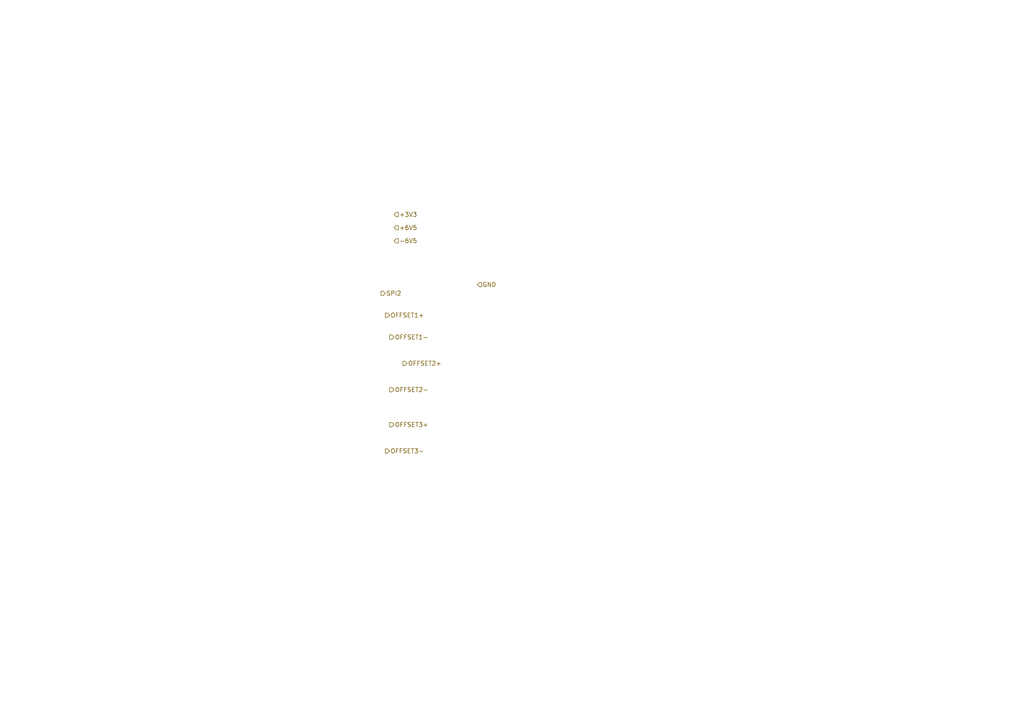
<source format=kicad_sch>
(kicad_sch
	(version 20250114)
	(generator "eeschema")
	(generator_version "9.0")
	(uuid "9c17a874-e213-4873-8b17-38b8e920399f")
	(paper "A4")
	(lib_symbols)
	(hierarchical_label "OFFSET2+"
		(shape output)
		(at 116.84 105.41 0)
		(effects
			(font
				(size 1.27 1.27)
			)
			(justify left)
		)
		(uuid "011c9599-f092-4757-8c51-4838fb4cad4e")
	)
	(hierarchical_label "-6V5"
		(shape input)
		(at 114.3 69.85 0)
		(effects
			(font
				(size 1.27 1.27)
			)
			(justify left)
		)
		(uuid "1f38ceb3-8fcd-4977-8444-1a7604e33ce6")
	)
	(hierarchical_label "OFFSET3-"
		(shape output)
		(at 111.76 130.81 0)
		(effects
			(font
				(size 1.27 1.27)
			)
			(justify left)
		)
		(uuid "2b3e5169-a561-44a4-a19c-8e509eee9b49")
	)
	(hierarchical_label "+6V5"
		(shape input)
		(at 114.3 66.04 0)
		(effects
			(font
				(size 1.27 1.27)
			)
			(justify left)
		)
		(uuid "4735eb37-a21b-4224-8556-937c3d52afa8")
	)
	(hierarchical_label "GND"
		(shape input)
		(at 138.43 82.55 0)
		(effects
			(font
				(size 1.27 1.27)
			)
			(justify left)
		)
		(uuid "690fde9f-6a98-466d-b540-d89be39ccc01")
	)
	(hierarchical_label "OFFSET1+"
		(shape output)
		(at 111.76 91.44 0)
		(effects
			(font
				(size 1.27 1.27)
			)
			(justify left)
		)
		(uuid "7dbe3cad-c61e-46e9-aef3-fbfbaf4d1bc5")
	)
	(hierarchical_label "OFFSET3+"
		(shape output)
		(at 113.03 123.19 0)
		(effects
			(font
				(size 1.27 1.27)
			)
			(justify left)
		)
		(uuid "a677fe39-e5ee-4950-8a9c-aab6235c6a58")
	)
	(hierarchical_label "OFFSET2-"
		(shape output)
		(at 113.03 113.03 0)
		(effects
			(font
				(size 1.27 1.27)
			)
			(justify left)
		)
		(uuid "b8140167-888d-44b2-b431-64860aa1963c")
	)
	(hierarchical_label "+3V3"
		(shape input)
		(at 114.3 62.23 0)
		(effects
			(font
				(size 1.27 1.27)
			)
			(justify left)
		)
		(uuid "e898a24c-fd57-4acb-9452-3a13638884e3")
	)
	(hierarchical_label "SPI2"
		(shape output)
		(at 110.49 85.09 0)
		(effects
			(font
				(size 1.27 1.27)
			)
			(justify left)
		)
		(uuid "f62cf377-0329-4992-b9cd-248e610cda8a")
	)
	(hierarchical_label "OFFSET1-"
		(shape output)
		(at 113.03 97.79 0)
		(effects
			(font
				(size 1.27 1.27)
			)
			(justify left)
		)
		(uuid "ff6ba41f-e599-48ad-8172-7268eb114a49")
	)
)

</source>
